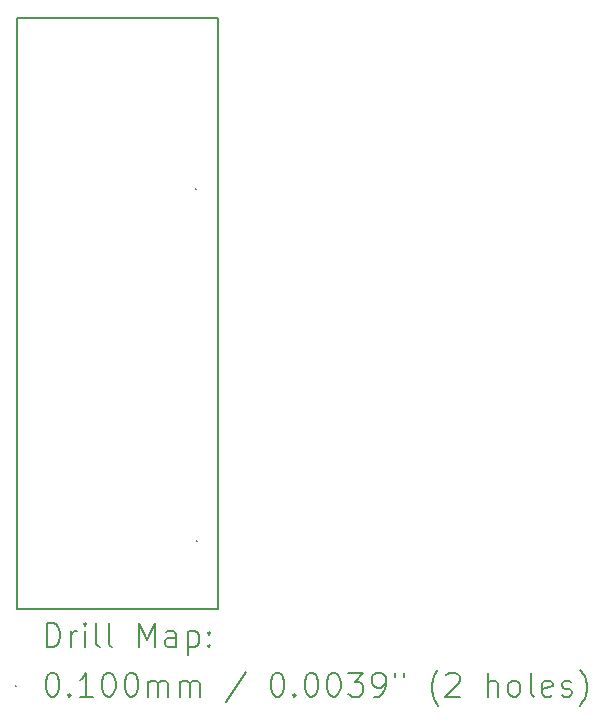
<source format=gbr>
%TF.GenerationSoftware,KiCad,Pcbnew,8.0.1*%
%TF.CreationDate,2024-10-17T14:11:02-05:00*%
%TF.ProjectId,sip-board,7369702d-626f-4617-9264-2e6b69636164,rev?*%
%TF.SameCoordinates,Original*%
%TF.FileFunction,Drillmap*%
%TF.FilePolarity,Positive*%
%FSLAX45Y45*%
G04 Gerber Fmt 4.5, Leading zero omitted, Abs format (unit mm)*
G04 Created by KiCad (PCBNEW 8.0.1) date 2024-10-17 14:11:02*
%MOMM*%
%LPD*%
G01*
G04 APERTURE LIST*
%ADD10C,0.200000*%
%ADD11C,0.100000*%
G04 APERTURE END LIST*
D10*
X13700000Y-7862000D02*
X15400000Y-7862000D01*
X15400000Y-12862000D01*
X13700000Y-12862000D01*
X13700000Y-7862000D01*
D11*
X15206000Y-9299000D02*
X15216000Y-9309000D01*
X15216000Y-9299000D02*
X15206000Y-9309000D01*
X15211000Y-12276000D02*
X15221000Y-12286000D01*
X15221000Y-12276000D02*
X15211000Y-12286000D01*
D10*
X13950777Y-13183484D02*
X13950777Y-12983484D01*
X13950777Y-12983484D02*
X13998396Y-12983484D01*
X13998396Y-12983484D02*
X14026967Y-12993008D01*
X14026967Y-12993008D02*
X14046015Y-13012055D01*
X14046015Y-13012055D02*
X14055539Y-13031103D01*
X14055539Y-13031103D02*
X14065062Y-13069198D01*
X14065062Y-13069198D02*
X14065062Y-13097769D01*
X14065062Y-13097769D02*
X14055539Y-13135865D01*
X14055539Y-13135865D02*
X14046015Y-13154912D01*
X14046015Y-13154912D02*
X14026967Y-13173960D01*
X14026967Y-13173960D02*
X13998396Y-13183484D01*
X13998396Y-13183484D02*
X13950777Y-13183484D01*
X14150777Y-13183484D02*
X14150777Y-13050150D01*
X14150777Y-13088246D02*
X14160301Y-13069198D01*
X14160301Y-13069198D02*
X14169824Y-13059674D01*
X14169824Y-13059674D02*
X14188872Y-13050150D01*
X14188872Y-13050150D02*
X14207920Y-13050150D01*
X14274586Y-13183484D02*
X14274586Y-13050150D01*
X14274586Y-12983484D02*
X14265062Y-12993008D01*
X14265062Y-12993008D02*
X14274586Y-13002531D01*
X14274586Y-13002531D02*
X14284110Y-12993008D01*
X14284110Y-12993008D02*
X14274586Y-12983484D01*
X14274586Y-12983484D02*
X14274586Y-13002531D01*
X14398396Y-13183484D02*
X14379348Y-13173960D01*
X14379348Y-13173960D02*
X14369824Y-13154912D01*
X14369824Y-13154912D02*
X14369824Y-12983484D01*
X14503158Y-13183484D02*
X14484110Y-13173960D01*
X14484110Y-13173960D02*
X14474586Y-13154912D01*
X14474586Y-13154912D02*
X14474586Y-12983484D01*
X14731729Y-13183484D02*
X14731729Y-12983484D01*
X14731729Y-12983484D02*
X14798396Y-13126341D01*
X14798396Y-13126341D02*
X14865062Y-12983484D01*
X14865062Y-12983484D02*
X14865062Y-13183484D01*
X15046015Y-13183484D02*
X15046015Y-13078722D01*
X15046015Y-13078722D02*
X15036491Y-13059674D01*
X15036491Y-13059674D02*
X15017443Y-13050150D01*
X15017443Y-13050150D02*
X14979348Y-13050150D01*
X14979348Y-13050150D02*
X14960301Y-13059674D01*
X15046015Y-13173960D02*
X15026967Y-13183484D01*
X15026967Y-13183484D02*
X14979348Y-13183484D01*
X14979348Y-13183484D02*
X14960301Y-13173960D01*
X14960301Y-13173960D02*
X14950777Y-13154912D01*
X14950777Y-13154912D02*
X14950777Y-13135865D01*
X14950777Y-13135865D02*
X14960301Y-13116817D01*
X14960301Y-13116817D02*
X14979348Y-13107293D01*
X14979348Y-13107293D02*
X15026967Y-13107293D01*
X15026967Y-13107293D02*
X15046015Y-13097769D01*
X15141253Y-13050150D02*
X15141253Y-13250150D01*
X15141253Y-13059674D02*
X15160301Y-13050150D01*
X15160301Y-13050150D02*
X15198396Y-13050150D01*
X15198396Y-13050150D02*
X15217443Y-13059674D01*
X15217443Y-13059674D02*
X15226967Y-13069198D01*
X15226967Y-13069198D02*
X15236491Y-13088246D01*
X15236491Y-13088246D02*
X15236491Y-13145388D01*
X15236491Y-13145388D02*
X15226967Y-13164436D01*
X15226967Y-13164436D02*
X15217443Y-13173960D01*
X15217443Y-13173960D02*
X15198396Y-13183484D01*
X15198396Y-13183484D02*
X15160301Y-13183484D01*
X15160301Y-13183484D02*
X15141253Y-13173960D01*
X15322205Y-13164436D02*
X15331729Y-13173960D01*
X15331729Y-13173960D02*
X15322205Y-13183484D01*
X15322205Y-13183484D02*
X15312682Y-13173960D01*
X15312682Y-13173960D02*
X15322205Y-13164436D01*
X15322205Y-13164436D02*
X15322205Y-13183484D01*
X15322205Y-13059674D02*
X15331729Y-13069198D01*
X15331729Y-13069198D02*
X15322205Y-13078722D01*
X15322205Y-13078722D02*
X15312682Y-13069198D01*
X15312682Y-13069198D02*
X15322205Y-13059674D01*
X15322205Y-13059674D02*
X15322205Y-13078722D01*
D11*
X13680000Y-13507000D02*
X13690000Y-13517000D01*
X13690000Y-13507000D02*
X13680000Y-13517000D01*
D10*
X13988872Y-13403484D02*
X14007920Y-13403484D01*
X14007920Y-13403484D02*
X14026967Y-13413008D01*
X14026967Y-13413008D02*
X14036491Y-13422531D01*
X14036491Y-13422531D02*
X14046015Y-13441579D01*
X14046015Y-13441579D02*
X14055539Y-13479674D01*
X14055539Y-13479674D02*
X14055539Y-13527293D01*
X14055539Y-13527293D02*
X14046015Y-13565388D01*
X14046015Y-13565388D02*
X14036491Y-13584436D01*
X14036491Y-13584436D02*
X14026967Y-13593960D01*
X14026967Y-13593960D02*
X14007920Y-13603484D01*
X14007920Y-13603484D02*
X13988872Y-13603484D01*
X13988872Y-13603484D02*
X13969824Y-13593960D01*
X13969824Y-13593960D02*
X13960301Y-13584436D01*
X13960301Y-13584436D02*
X13950777Y-13565388D01*
X13950777Y-13565388D02*
X13941253Y-13527293D01*
X13941253Y-13527293D02*
X13941253Y-13479674D01*
X13941253Y-13479674D02*
X13950777Y-13441579D01*
X13950777Y-13441579D02*
X13960301Y-13422531D01*
X13960301Y-13422531D02*
X13969824Y-13413008D01*
X13969824Y-13413008D02*
X13988872Y-13403484D01*
X14141253Y-13584436D02*
X14150777Y-13593960D01*
X14150777Y-13593960D02*
X14141253Y-13603484D01*
X14141253Y-13603484D02*
X14131729Y-13593960D01*
X14131729Y-13593960D02*
X14141253Y-13584436D01*
X14141253Y-13584436D02*
X14141253Y-13603484D01*
X14341253Y-13603484D02*
X14226967Y-13603484D01*
X14284110Y-13603484D02*
X14284110Y-13403484D01*
X14284110Y-13403484D02*
X14265062Y-13432055D01*
X14265062Y-13432055D02*
X14246015Y-13451103D01*
X14246015Y-13451103D02*
X14226967Y-13460627D01*
X14465062Y-13403484D02*
X14484110Y-13403484D01*
X14484110Y-13403484D02*
X14503158Y-13413008D01*
X14503158Y-13413008D02*
X14512682Y-13422531D01*
X14512682Y-13422531D02*
X14522205Y-13441579D01*
X14522205Y-13441579D02*
X14531729Y-13479674D01*
X14531729Y-13479674D02*
X14531729Y-13527293D01*
X14531729Y-13527293D02*
X14522205Y-13565388D01*
X14522205Y-13565388D02*
X14512682Y-13584436D01*
X14512682Y-13584436D02*
X14503158Y-13593960D01*
X14503158Y-13593960D02*
X14484110Y-13603484D01*
X14484110Y-13603484D02*
X14465062Y-13603484D01*
X14465062Y-13603484D02*
X14446015Y-13593960D01*
X14446015Y-13593960D02*
X14436491Y-13584436D01*
X14436491Y-13584436D02*
X14426967Y-13565388D01*
X14426967Y-13565388D02*
X14417443Y-13527293D01*
X14417443Y-13527293D02*
X14417443Y-13479674D01*
X14417443Y-13479674D02*
X14426967Y-13441579D01*
X14426967Y-13441579D02*
X14436491Y-13422531D01*
X14436491Y-13422531D02*
X14446015Y-13413008D01*
X14446015Y-13413008D02*
X14465062Y-13403484D01*
X14655539Y-13403484D02*
X14674586Y-13403484D01*
X14674586Y-13403484D02*
X14693634Y-13413008D01*
X14693634Y-13413008D02*
X14703158Y-13422531D01*
X14703158Y-13422531D02*
X14712682Y-13441579D01*
X14712682Y-13441579D02*
X14722205Y-13479674D01*
X14722205Y-13479674D02*
X14722205Y-13527293D01*
X14722205Y-13527293D02*
X14712682Y-13565388D01*
X14712682Y-13565388D02*
X14703158Y-13584436D01*
X14703158Y-13584436D02*
X14693634Y-13593960D01*
X14693634Y-13593960D02*
X14674586Y-13603484D01*
X14674586Y-13603484D02*
X14655539Y-13603484D01*
X14655539Y-13603484D02*
X14636491Y-13593960D01*
X14636491Y-13593960D02*
X14626967Y-13584436D01*
X14626967Y-13584436D02*
X14617443Y-13565388D01*
X14617443Y-13565388D02*
X14607920Y-13527293D01*
X14607920Y-13527293D02*
X14607920Y-13479674D01*
X14607920Y-13479674D02*
X14617443Y-13441579D01*
X14617443Y-13441579D02*
X14626967Y-13422531D01*
X14626967Y-13422531D02*
X14636491Y-13413008D01*
X14636491Y-13413008D02*
X14655539Y-13403484D01*
X14807920Y-13603484D02*
X14807920Y-13470150D01*
X14807920Y-13489198D02*
X14817443Y-13479674D01*
X14817443Y-13479674D02*
X14836491Y-13470150D01*
X14836491Y-13470150D02*
X14865063Y-13470150D01*
X14865063Y-13470150D02*
X14884110Y-13479674D01*
X14884110Y-13479674D02*
X14893634Y-13498722D01*
X14893634Y-13498722D02*
X14893634Y-13603484D01*
X14893634Y-13498722D02*
X14903158Y-13479674D01*
X14903158Y-13479674D02*
X14922205Y-13470150D01*
X14922205Y-13470150D02*
X14950777Y-13470150D01*
X14950777Y-13470150D02*
X14969824Y-13479674D01*
X14969824Y-13479674D02*
X14979348Y-13498722D01*
X14979348Y-13498722D02*
X14979348Y-13603484D01*
X15074586Y-13603484D02*
X15074586Y-13470150D01*
X15074586Y-13489198D02*
X15084110Y-13479674D01*
X15084110Y-13479674D02*
X15103158Y-13470150D01*
X15103158Y-13470150D02*
X15131729Y-13470150D01*
X15131729Y-13470150D02*
X15150777Y-13479674D01*
X15150777Y-13479674D02*
X15160301Y-13498722D01*
X15160301Y-13498722D02*
X15160301Y-13603484D01*
X15160301Y-13498722D02*
X15169824Y-13479674D01*
X15169824Y-13479674D02*
X15188872Y-13470150D01*
X15188872Y-13470150D02*
X15217443Y-13470150D01*
X15217443Y-13470150D02*
X15236491Y-13479674D01*
X15236491Y-13479674D02*
X15246015Y-13498722D01*
X15246015Y-13498722D02*
X15246015Y-13603484D01*
X15636491Y-13393960D02*
X15465063Y-13651103D01*
X15893634Y-13403484D02*
X15912682Y-13403484D01*
X15912682Y-13403484D02*
X15931729Y-13413008D01*
X15931729Y-13413008D02*
X15941253Y-13422531D01*
X15941253Y-13422531D02*
X15950777Y-13441579D01*
X15950777Y-13441579D02*
X15960301Y-13479674D01*
X15960301Y-13479674D02*
X15960301Y-13527293D01*
X15960301Y-13527293D02*
X15950777Y-13565388D01*
X15950777Y-13565388D02*
X15941253Y-13584436D01*
X15941253Y-13584436D02*
X15931729Y-13593960D01*
X15931729Y-13593960D02*
X15912682Y-13603484D01*
X15912682Y-13603484D02*
X15893634Y-13603484D01*
X15893634Y-13603484D02*
X15874586Y-13593960D01*
X15874586Y-13593960D02*
X15865063Y-13584436D01*
X15865063Y-13584436D02*
X15855539Y-13565388D01*
X15855539Y-13565388D02*
X15846015Y-13527293D01*
X15846015Y-13527293D02*
X15846015Y-13479674D01*
X15846015Y-13479674D02*
X15855539Y-13441579D01*
X15855539Y-13441579D02*
X15865063Y-13422531D01*
X15865063Y-13422531D02*
X15874586Y-13413008D01*
X15874586Y-13413008D02*
X15893634Y-13403484D01*
X16046015Y-13584436D02*
X16055539Y-13593960D01*
X16055539Y-13593960D02*
X16046015Y-13603484D01*
X16046015Y-13603484D02*
X16036491Y-13593960D01*
X16036491Y-13593960D02*
X16046015Y-13584436D01*
X16046015Y-13584436D02*
X16046015Y-13603484D01*
X16179348Y-13403484D02*
X16198396Y-13403484D01*
X16198396Y-13403484D02*
X16217444Y-13413008D01*
X16217444Y-13413008D02*
X16226967Y-13422531D01*
X16226967Y-13422531D02*
X16236491Y-13441579D01*
X16236491Y-13441579D02*
X16246015Y-13479674D01*
X16246015Y-13479674D02*
X16246015Y-13527293D01*
X16246015Y-13527293D02*
X16236491Y-13565388D01*
X16236491Y-13565388D02*
X16226967Y-13584436D01*
X16226967Y-13584436D02*
X16217444Y-13593960D01*
X16217444Y-13593960D02*
X16198396Y-13603484D01*
X16198396Y-13603484D02*
X16179348Y-13603484D01*
X16179348Y-13603484D02*
X16160301Y-13593960D01*
X16160301Y-13593960D02*
X16150777Y-13584436D01*
X16150777Y-13584436D02*
X16141253Y-13565388D01*
X16141253Y-13565388D02*
X16131729Y-13527293D01*
X16131729Y-13527293D02*
X16131729Y-13479674D01*
X16131729Y-13479674D02*
X16141253Y-13441579D01*
X16141253Y-13441579D02*
X16150777Y-13422531D01*
X16150777Y-13422531D02*
X16160301Y-13413008D01*
X16160301Y-13413008D02*
X16179348Y-13403484D01*
X16369825Y-13403484D02*
X16388872Y-13403484D01*
X16388872Y-13403484D02*
X16407920Y-13413008D01*
X16407920Y-13413008D02*
X16417444Y-13422531D01*
X16417444Y-13422531D02*
X16426967Y-13441579D01*
X16426967Y-13441579D02*
X16436491Y-13479674D01*
X16436491Y-13479674D02*
X16436491Y-13527293D01*
X16436491Y-13527293D02*
X16426967Y-13565388D01*
X16426967Y-13565388D02*
X16417444Y-13584436D01*
X16417444Y-13584436D02*
X16407920Y-13593960D01*
X16407920Y-13593960D02*
X16388872Y-13603484D01*
X16388872Y-13603484D02*
X16369825Y-13603484D01*
X16369825Y-13603484D02*
X16350777Y-13593960D01*
X16350777Y-13593960D02*
X16341253Y-13584436D01*
X16341253Y-13584436D02*
X16331729Y-13565388D01*
X16331729Y-13565388D02*
X16322206Y-13527293D01*
X16322206Y-13527293D02*
X16322206Y-13479674D01*
X16322206Y-13479674D02*
X16331729Y-13441579D01*
X16331729Y-13441579D02*
X16341253Y-13422531D01*
X16341253Y-13422531D02*
X16350777Y-13413008D01*
X16350777Y-13413008D02*
X16369825Y-13403484D01*
X16503158Y-13403484D02*
X16626967Y-13403484D01*
X16626967Y-13403484D02*
X16560301Y-13479674D01*
X16560301Y-13479674D02*
X16588872Y-13479674D01*
X16588872Y-13479674D02*
X16607920Y-13489198D01*
X16607920Y-13489198D02*
X16617444Y-13498722D01*
X16617444Y-13498722D02*
X16626967Y-13517769D01*
X16626967Y-13517769D02*
X16626967Y-13565388D01*
X16626967Y-13565388D02*
X16617444Y-13584436D01*
X16617444Y-13584436D02*
X16607920Y-13593960D01*
X16607920Y-13593960D02*
X16588872Y-13603484D01*
X16588872Y-13603484D02*
X16531729Y-13603484D01*
X16531729Y-13603484D02*
X16512682Y-13593960D01*
X16512682Y-13593960D02*
X16503158Y-13584436D01*
X16722206Y-13603484D02*
X16760301Y-13603484D01*
X16760301Y-13603484D02*
X16779349Y-13593960D01*
X16779349Y-13593960D02*
X16788872Y-13584436D01*
X16788872Y-13584436D02*
X16807920Y-13555865D01*
X16807920Y-13555865D02*
X16817444Y-13517769D01*
X16817444Y-13517769D02*
X16817444Y-13441579D01*
X16817444Y-13441579D02*
X16807920Y-13422531D01*
X16807920Y-13422531D02*
X16798396Y-13413008D01*
X16798396Y-13413008D02*
X16779349Y-13403484D01*
X16779349Y-13403484D02*
X16741253Y-13403484D01*
X16741253Y-13403484D02*
X16722206Y-13413008D01*
X16722206Y-13413008D02*
X16712682Y-13422531D01*
X16712682Y-13422531D02*
X16703158Y-13441579D01*
X16703158Y-13441579D02*
X16703158Y-13489198D01*
X16703158Y-13489198D02*
X16712682Y-13508246D01*
X16712682Y-13508246D02*
X16722206Y-13517769D01*
X16722206Y-13517769D02*
X16741253Y-13527293D01*
X16741253Y-13527293D02*
X16779349Y-13527293D01*
X16779349Y-13527293D02*
X16798396Y-13517769D01*
X16798396Y-13517769D02*
X16807920Y-13508246D01*
X16807920Y-13508246D02*
X16817444Y-13489198D01*
X16893634Y-13403484D02*
X16893634Y-13441579D01*
X16969825Y-13403484D02*
X16969825Y-13441579D01*
X17265063Y-13679674D02*
X17255539Y-13670150D01*
X17255539Y-13670150D02*
X17236491Y-13641579D01*
X17236491Y-13641579D02*
X17226968Y-13622531D01*
X17226968Y-13622531D02*
X17217444Y-13593960D01*
X17217444Y-13593960D02*
X17207920Y-13546341D01*
X17207920Y-13546341D02*
X17207920Y-13508246D01*
X17207920Y-13508246D02*
X17217444Y-13460627D01*
X17217444Y-13460627D02*
X17226968Y-13432055D01*
X17226968Y-13432055D02*
X17236491Y-13413008D01*
X17236491Y-13413008D02*
X17255539Y-13384436D01*
X17255539Y-13384436D02*
X17265063Y-13374912D01*
X17331730Y-13422531D02*
X17341253Y-13413008D01*
X17341253Y-13413008D02*
X17360301Y-13403484D01*
X17360301Y-13403484D02*
X17407920Y-13403484D01*
X17407920Y-13403484D02*
X17426968Y-13413008D01*
X17426968Y-13413008D02*
X17436491Y-13422531D01*
X17436491Y-13422531D02*
X17446015Y-13441579D01*
X17446015Y-13441579D02*
X17446015Y-13460627D01*
X17446015Y-13460627D02*
X17436491Y-13489198D01*
X17436491Y-13489198D02*
X17322206Y-13603484D01*
X17322206Y-13603484D02*
X17446015Y-13603484D01*
X17684111Y-13603484D02*
X17684111Y-13403484D01*
X17769825Y-13603484D02*
X17769825Y-13498722D01*
X17769825Y-13498722D02*
X17760301Y-13479674D01*
X17760301Y-13479674D02*
X17741253Y-13470150D01*
X17741253Y-13470150D02*
X17712682Y-13470150D01*
X17712682Y-13470150D02*
X17693634Y-13479674D01*
X17693634Y-13479674D02*
X17684111Y-13489198D01*
X17893634Y-13603484D02*
X17874587Y-13593960D01*
X17874587Y-13593960D02*
X17865063Y-13584436D01*
X17865063Y-13584436D02*
X17855539Y-13565388D01*
X17855539Y-13565388D02*
X17855539Y-13508246D01*
X17855539Y-13508246D02*
X17865063Y-13489198D01*
X17865063Y-13489198D02*
X17874587Y-13479674D01*
X17874587Y-13479674D02*
X17893634Y-13470150D01*
X17893634Y-13470150D02*
X17922206Y-13470150D01*
X17922206Y-13470150D02*
X17941253Y-13479674D01*
X17941253Y-13479674D02*
X17950777Y-13489198D01*
X17950777Y-13489198D02*
X17960301Y-13508246D01*
X17960301Y-13508246D02*
X17960301Y-13565388D01*
X17960301Y-13565388D02*
X17950777Y-13584436D01*
X17950777Y-13584436D02*
X17941253Y-13593960D01*
X17941253Y-13593960D02*
X17922206Y-13603484D01*
X17922206Y-13603484D02*
X17893634Y-13603484D01*
X18074587Y-13603484D02*
X18055539Y-13593960D01*
X18055539Y-13593960D02*
X18046015Y-13574912D01*
X18046015Y-13574912D02*
X18046015Y-13403484D01*
X18226968Y-13593960D02*
X18207920Y-13603484D01*
X18207920Y-13603484D02*
X18169825Y-13603484D01*
X18169825Y-13603484D02*
X18150777Y-13593960D01*
X18150777Y-13593960D02*
X18141253Y-13574912D01*
X18141253Y-13574912D02*
X18141253Y-13498722D01*
X18141253Y-13498722D02*
X18150777Y-13479674D01*
X18150777Y-13479674D02*
X18169825Y-13470150D01*
X18169825Y-13470150D02*
X18207920Y-13470150D01*
X18207920Y-13470150D02*
X18226968Y-13479674D01*
X18226968Y-13479674D02*
X18236492Y-13498722D01*
X18236492Y-13498722D02*
X18236492Y-13517769D01*
X18236492Y-13517769D02*
X18141253Y-13536817D01*
X18312682Y-13593960D02*
X18331730Y-13603484D01*
X18331730Y-13603484D02*
X18369825Y-13603484D01*
X18369825Y-13603484D02*
X18388873Y-13593960D01*
X18388873Y-13593960D02*
X18398396Y-13574912D01*
X18398396Y-13574912D02*
X18398396Y-13565388D01*
X18398396Y-13565388D02*
X18388873Y-13546341D01*
X18388873Y-13546341D02*
X18369825Y-13536817D01*
X18369825Y-13536817D02*
X18341253Y-13536817D01*
X18341253Y-13536817D02*
X18322206Y-13527293D01*
X18322206Y-13527293D02*
X18312682Y-13508246D01*
X18312682Y-13508246D02*
X18312682Y-13498722D01*
X18312682Y-13498722D02*
X18322206Y-13479674D01*
X18322206Y-13479674D02*
X18341253Y-13470150D01*
X18341253Y-13470150D02*
X18369825Y-13470150D01*
X18369825Y-13470150D02*
X18388873Y-13479674D01*
X18465063Y-13679674D02*
X18474587Y-13670150D01*
X18474587Y-13670150D02*
X18493634Y-13641579D01*
X18493634Y-13641579D02*
X18503158Y-13622531D01*
X18503158Y-13622531D02*
X18512682Y-13593960D01*
X18512682Y-13593960D02*
X18522206Y-13546341D01*
X18522206Y-13546341D02*
X18522206Y-13508246D01*
X18522206Y-13508246D02*
X18512682Y-13460627D01*
X18512682Y-13460627D02*
X18503158Y-13432055D01*
X18503158Y-13432055D02*
X18493634Y-13413008D01*
X18493634Y-13413008D02*
X18474587Y-13384436D01*
X18474587Y-13384436D02*
X18465063Y-13374912D01*
M02*

</source>
